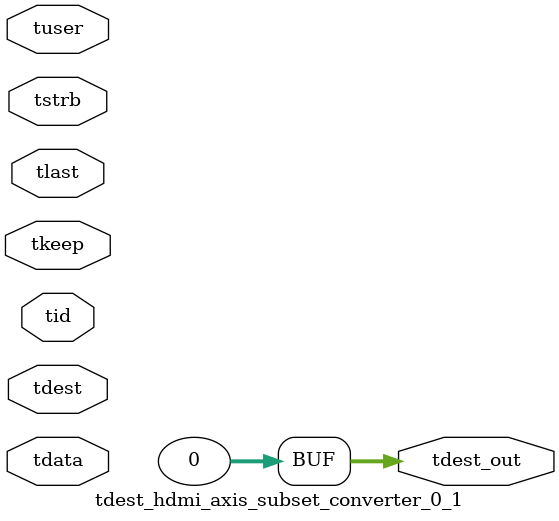
<source format=v>


`timescale 1ps/1ps

module tdest_hdmi_axis_subset_converter_0_1 #
(
parameter C_S_AXIS_TDATA_WIDTH = 32,
parameter C_S_AXIS_TUSER_WIDTH = 0,
parameter C_S_AXIS_TID_WIDTH   = 0,
parameter C_S_AXIS_TDEST_WIDTH = 0,
parameter C_M_AXIS_TDEST_WIDTH = 32
)
(
input  [(C_S_AXIS_TDATA_WIDTH == 0 ? 1 : C_S_AXIS_TDATA_WIDTH)-1:0     ] tdata,
input  [(C_S_AXIS_TUSER_WIDTH == 0 ? 1 : C_S_AXIS_TUSER_WIDTH)-1:0     ] tuser,
input  [(C_S_AXIS_TID_WIDTH   == 0 ? 1 : C_S_AXIS_TID_WIDTH)-1:0       ] tid,
input  [(C_S_AXIS_TDEST_WIDTH == 0 ? 1 : C_S_AXIS_TDEST_WIDTH)-1:0     ] tdest,
input  [(C_S_AXIS_TDATA_WIDTH/8)-1:0 ] tkeep,
input  [(C_S_AXIS_TDATA_WIDTH/8)-1:0 ] tstrb,
input                                                                    tlast,
output [C_M_AXIS_TDEST_WIDTH-1:0] tdest_out
);

assign tdest_out = {1'b0};

endmodule


</source>
